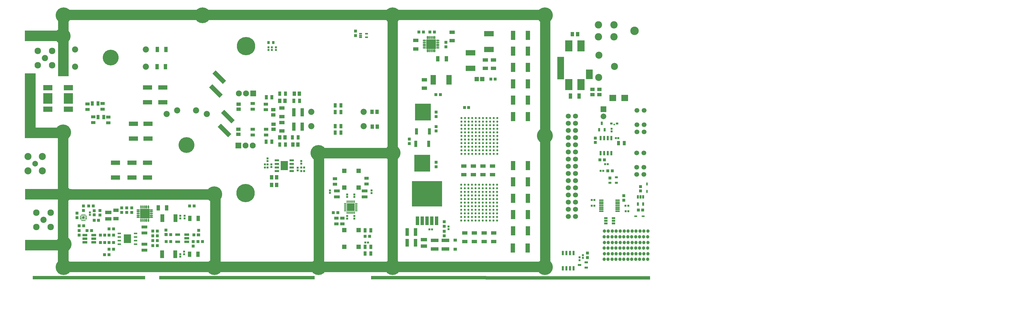
<source format=gts>
G04*
G04 #@! TF.GenerationSoftware,Altium Limited,Altium Designer,22.8.2 (66)*
G04*
G04 Layer_Color=8388736*
%FSLAX25Y25*%
%MOIN*%
G70*
G04*
G04 #@! TF.SameCoordinates,0D4134F5-1D43-4ED5-91CB-E042AC42DECA*
G04*
G04*
G04 #@! TF.FilePolarity,Negative*
G04*
G01*
G75*
%ADD12C,0.00394*%
%ADD25R,0.03937X0.02362*%
%ADD79R,0.01575X0.01575*%
%ADD99R,1.60616X0.05052*%
%ADD100R,1.56693X0.05118*%
%ADD101R,2.16553X0.05103*%
%ADD102R,2.29473X0.04962*%
%ADD103R,0.12992X0.06299*%
%ADD104R,0.04331X0.02756*%
%ADD105R,0.04331X0.04331*%
%ADD106R,0.04331X0.04134*%
%ADD107R,0.13780X0.07677*%
%ADD108R,0.06496X0.06496*%
%ADD109R,0.02835X0.02835*%
%ADD110R,0.07480X0.04921*%
%ADD111R,0.03937X0.04331*%
%ADD112R,0.13189X0.13189*%
%ADD113O,0.01772X0.04528*%
%ADD114O,0.04528X0.01772*%
%ADD115R,0.04921X0.07480*%
%ADD116R,0.07480X0.04921*%
%ADD117R,0.07677X0.13780*%
%ADD118R,0.04921X0.07480*%
%ADD119R,0.04331X0.03937*%
%ADD120R,0.06890X0.03386*%
%ADD121R,0.04134X0.04331*%
%ADD122R,0.10236X0.12205*%
%ADD123R,0.04528X0.02362*%
%ADD124R,0.01181X0.02126*%
%ADD125R,0.02126X0.01181*%
%ADD126R,0.04331X0.04134*%
%ADD127R,0.09055X0.05118*%
%ADD128R,0.08189X0.04409*%
%ADD129R,0.05315X0.11024*%
%ADD130R,0.02835X0.02756*%
%ADD131R,0.05906X0.04134*%
%ADD132R,0.04134X0.05906*%
G04:AMPARAMS|DCode=133|XSize=62.21mil|YSize=207.09mil|CornerRadius=0mil|HoleSize=0mil|Usage=FLASHONLY|Rotation=45.000|XOffset=0mil|YOffset=0mil|HoleType=Round|Shape=Rectangle|*
%AMROTATEDRECTD133*
4,1,4,0.05122,-0.09521,-0.09521,0.05122,-0.05122,0.09521,0.09521,-0.05122,0.05122,-0.09521,0.0*
%
%ADD133ROTATEDRECTD133*%

%ADD134R,0.13110X0.07795*%
%ADD135R,0.13110X0.08268*%
%ADD136R,0.02638X0.03071*%
%ADD137R,0.02835X0.02677*%
%ADD138R,0.02756X0.04724*%
%ADD139R,0.02362X0.03937*%
%ADD140R,0.42126X0.35827*%
%ADD141R,0.04528X0.12008*%
%ADD142R,0.04646X0.04016*%
%ADD143R,0.11024X0.04921*%
%ADD144R,0.04921X0.11024*%
%ADD145R,0.02835X0.02835*%
%ADD146R,0.06102X0.02165*%
%ADD147R,0.04134X0.04134*%
%ADD148R,0.04724X0.02756*%
%ADD149R,0.02677X0.02835*%
%ADD150C,0.02953*%
%ADD151R,0.09449X0.31496*%
%ADD152R,0.09449X0.13780*%
%ADD153R,0.10236X0.15354*%
%ADD154R,0.02756X0.06496*%
%ADD155R,0.03543X0.03150*%
%ADD156R,0.01968X0.01968*%
%ADD157R,0.02953X0.04528*%
%ADD158R,0.06102X0.04724*%
%ADD159R,0.09449X0.08858*%
%ADD160R,0.04528X0.02953*%
%ADD161R,0.06299X0.06299*%
%ADD162R,0.04528X0.05906*%
%ADD163R,0.05906X0.04528*%
%ADD164R,0.04724X0.11417*%
%ADD165R,0.09882X0.12591*%
%ADD166R,0.06496X0.02756*%
%ADD167R,0.03543X0.04331*%
%ADD168R,0.22047X0.23425*%
%ADD169R,0.04331X0.08661*%
%ADD170R,0.03937X0.01968*%
%ADD171R,0.04724X0.06102*%
%ADD172R,0.10827X0.10827*%
%ADD173O,0.03740X0.01575*%
%ADD174O,0.01575X0.03740*%
%ADD175R,0.06299X0.12992*%
%ADD176C,0.22047*%
%ADD177C,0.08594*%
%ADD178C,0.07087*%
%ADD179C,0.07874*%
%ADD180C,0.09843*%
%ADD181C,0.04724*%
%ADD182C,0.06693*%
%ADD183R,0.07874X0.07874*%
%ADD184C,0.25591*%
%ADD185C,0.08268*%
%ADD186R,0.08268X0.08268*%
%ADD187C,0.08661*%
%ADD188C,0.09055*%
%ADD189C,0.11811*%
%ADD190C,0.10236*%
G36*
X722441Y380118D02*
Y365551D01*
Y28543D01*
Y13976D01*
Y13386D01*
X707874D01*
Y13976D01*
X509842D01*
Y12598D01*
X495276D01*
Y13976D01*
X35827D01*
Y27165D01*
X35630D01*
X35630Y44488D01*
X-9939Y44488D01*
Y59055D01*
X35630Y59055D01*
X35630Y115354D01*
X-9831Y115354D01*
Y129921D01*
X35630Y129921D01*
X35630Y201181D01*
X-10314Y201181D01*
Y208661D01*
X-10433D01*
X-10433Y291339D01*
X4724Y291339D01*
X4724Y215748D01*
X50472Y215748D01*
Y201181D01*
X50197D01*
X50197Y129921D01*
X54713D01*
Y129527D01*
X262598Y129528D01*
Y114961D01*
X262598D01*
X262598Y28543D01*
X392520D01*
X392520Y185827D01*
X400000D01*
Y187402D01*
X495276Y187402D01*
Y365551D01*
X50591Y365551D01*
X50590Y287402D01*
X36024D01*
X36024Y336417D01*
X-10392Y336417D01*
Y350984D01*
X36024Y350984D01*
X36024Y365551D01*
X35827D01*
Y380118D01*
X722441Y380118D01*
D02*
G37*
%LPC*%
G36*
X509842Y365551D02*
Y28543D01*
X707874D01*
Y365551D01*
X509842Y365551D01*
D02*
G37*
G36*
X495276Y172835D02*
X407087Y172835D01*
X407087Y28543D01*
X495276D01*
Y172835D01*
D02*
G37*
G36*
X248031Y114961D02*
X50197Y114961D01*
X50197Y59055D01*
X50591D01*
Y52716D01*
X50591D01*
X50591Y28543D01*
X248031D01*
X248031Y114961D01*
D02*
G37*
%LPD*%
G36*
X72992Y92044D02*
X73029Y92033D01*
X73063Y92015D01*
X73093Y91990D01*
X73118Y91960D01*
X73136Y91926D01*
X73147Y91889D01*
X73151Y91850D01*
Y88465D01*
X73147Y88426D01*
X73136Y88389D01*
X73118Y88355D01*
X73093Y88325D01*
X73063Y88300D01*
X73029Y88282D01*
X72992Y88271D01*
X72953Y88267D01*
X69567D01*
X69529Y88271D01*
X69492Y88282D01*
X69457Y88300D01*
X69427Y88325D01*
X69403Y88355D01*
X69384Y88389D01*
X69373Y88426D01*
X69370Y88465D01*
Y91063D01*
X69370Y91073D01*
Y91082D01*
X69372Y91092D01*
X69373Y91102D01*
X69376Y91111D01*
X69378Y91120D01*
X69382Y91129D01*
X69384Y91139D01*
X69389Y91147D01*
X69393Y91156D01*
X69398Y91164D01*
X69403Y91173D01*
X69409Y91180D01*
X69414Y91189D01*
X69421Y91195D01*
X69427Y91203D01*
X69435Y91209D01*
X69442Y91216D01*
X69450Y91221D01*
X69457Y91227D01*
X69466Y91232D01*
X69474Y91237D01*
X69483Y91241D01*
X69492Y91246D01*
X69501Y91249D01*
X69510Y91252D01*
X69519Y91254D01*
X69529Y91257D01*
X69538Y91258D01*
X69548Y91260D01*
X69672Y91272D01*
X69893Y91363D01*
X70054Y91525D01*
X70146Y91745D01*
X70158Y91870D01*
X70160Y91879D01*
X70161Y91889D01*
X70164Y91898D01*
X70165Y91908D01*
X70169Y91917D01*
X70172Y91926D01*
X70177Y91935D01*
X70180Y91944D01*
X70186Y91952D01*
X70190Y91960D01*
X70196Y91968D01*
X70202Y91976D01*
X70209Y91983D01*
X70215Y91990D01*
X70222Y91996D01*
X70229Y92003D01*
X70237Y92009D01*
X70245Y92015D01*
X70253Y92019D01*
X70261Y92025D01*
X70270Y92028D01*
X70279Y92033D01*
X70288Y92036D01*
X70297Y92040D01*
X70307Y92042D01*
X70316Y92044D01*
X70326Y92045D01*
X70335Y92047D01*
X70345D01*
X70355Y92048D01*
X72953D01*
X72992Y92044D01*
D02*
G37*
D12*
X1348404Y-32379D02*
D03*
D25*
X851575Y91948D02*
D03*
X841339D02*
D03*
D79*
X71260Y90158D02*
D03*
D99*
X552584Y6298D02*
D03*
D100*
X79042Y6496D02*
D03*
D101*
X285281Y6310D02*
D03*
D102*
X746589Y6181D02*
D03*
D103*
X138976Y166535D02*
D03*
Y146063D02*
D03*
X116142Y166535D02*
D03*
Y146063D02*
D03*
X160630Y166535D02*
D03*
Y146063D02*
D03*
Y271654D02*
D03*
Y251181D02*
D03*
X161417Y200394D02*
D03*
Y220866D02*
D03*
X181890Y271654D02*
D03*
Y251181D02*
D03*
X140945Y200394D02*
D03*
Y220866D02*
D03*
D104*
X814370Y146260D02*
D03*
Y138779D02*
D03*
X805315D02*
D03*
D105*
Y145473D02*
D03*
D106*
X824803Y114370D02*
D03*
Y120669D02*
D03*
X576673Y334569D02*
D03*
Y328270D02*
D03*
X62205Y90139D02*
D03*
Y96438D02*
D03*
X124803Y103543D02*
D03*
Y97244D02*
D03*
X71260Y106299D02*
D03*
Y100000D02*
D03*
X848032Y127218D02*
D03*
Y133517D02*
D03*
X785039Y201181D02*
D03*
Y194882D02*
D03*
X562913Y167264D02*
D03*
Y160965D02*
D03*
X525787Y193307D02*
D03*
Y199606D02*
D03*
X562913Y237402D02*
D03*
Y231102D02*
D03*
Y210866D02*
D03*
Y217165D02*
D03*
D107*
X610890Y298316D02*
D03*
Y320166D02*
D03*
X636850Y324694D02*
D03*
Y346544D02*
D03*
D108*
X434882Y155295D02*
D03*
Y132106D02*
D03*
X454882D02*
D03*
Y155295D02*
D03*
X455079Y49429D02*
D03*
Y72618D02*
D03*
X435079D02*
D03*
Y49429D02*
D03*
D109*
X415009Y128084D02*
D03*
Y124541D02*
D03*
X473179Y127913D02*
D03*
Y124370D02*
D03*
X80315Y93898D02*
D03*
Y97441D02*
D03*
X206299Y39134D02*
D03*
Y35591D02*
D03*
Y89173D02*
D03*
Y92716D02*
D03*
X767717Y37598D02*
D03*
Y34055D02*
D03*
X449016Y118937D02*
D03*
Y122480D02*
D03*
X333429Y164354D02*
D03*
Y160811D02*
D03*
X369921Y159630D02*
D03*
Y156087D02*
D03*
X438976Y88779D02*
D03*
Y92323D02*
D03*
X439173Y118937D02*
D03*
Y122480D02*
D03*
X449016Y92323D02*
D03*
Y88780D02*
D03*
D110*
X585433Y348675D02*
D03*
Y336864D02*
D03*
X534772Y337218D02*
D03*
Y325408D02*
D03*
X116535Y100394D02*
D03*
Y88583D02*
D03*
X348031Y222835D02*
D03*
Y211024D02*
D03*
Y231102D02*
D03*
Y242913D02*
D03*
D111*
X545401Y348872D02*
D03*
X539102D02*
D03*
X560756D02*
D03*
X554457D02*
D03*
X569094Y261648D02*
D03*
X562795D02*
D03*
X82677Y72047D02*
D03*
X76378D02*
D03*
X101181Y55512D02*
D03*
X94882D02*
D03*
Y65630D02*
D03*
X101181D02*
D03*
X107087Y38189D02*
D03*
X100787D02*
D03*
X113386Y46063D02*
D03*
X107087D02*
D03*
X113386Y74410D02*
D03*
X107087D02*
D03*
X92520Y86516D02*
D03*
X86221D02*
D03*
X168110Y51181D02*
D03*
X174409D02*
D03*
X186614Y56693D02*
D03*
X192913D02*
D03*
X225197Y66142D02*
D03*
X231496D02*
D03*
X231102Y56693D02*
D03*
X237402D02*
D03*
X168110Y71260D02*
D03*
X174409D02*
D03*
X186614Y66417D02*
D03*
X192913D02*
D03*
X85039Y106299D02*
D03*
X78740D02*
D03*
X225631Y106224D02*
D03*
X219332D02*
D03*
X425984Y97047D02*
D03*
X419685D02*
D03*
X645512Y283257D02*
D03*
X639213D02*
D03*
X470472Y64173D02*
D03*
X464173D02*
D03*
D112*
X556031Y332140D02*
D03*
X156890Y95669D02*
D03*
D113*
X550913Y341392D02*
D03*
X553472D02*
D03*
X556031D02*
D03*
X558590D02*
D03*
X561150D02*
D03*
Y322888D02*
D03*
X558590D02*
D03*
X556031D02*
D03*
X553472D02*
D03*
X550913D02*
D03*
X162008Y104921D02*
D03*
X159449D02*
D03*
X156890D02*
D03*
X154331D02*
D03*
X151772D02*
D03*
Y86417D02*
D03*
X154331D02*
D03*
X156890D02*
D03*
X159449D02*
D03*
X162008D02*
D03*
D114*
X565283Y337258D02*
D03*
Y334699D02*
D03*
Y332140D02*
D03*
Y329581D02*
D03*
Y327022D02*
D03*
X546779D02*
D03*
Y329581D02*
D03*
Y332140D02*
D03*
Y334699D02*
D03*
Y337258D02*
D03*
X166142Y90551D02*
D03*
Y93110D02*
D03*
Y95669D02*
D03*
Y98228D02*
D03*
Y100787D02*
D03*
X147638D02*
D03*
Y98228D02*
D03*
Y95669D02*
D03*
Y93110D02*
D03*
Y90551D02*
D03*
D115*
X565400Y311614D02*
D03*
X577211D02*
D03*
X762205Y259842D02*
D03*
X750394D02*
D03*
D116*
X546653Y270703D02*
D03*
Y282514D02*
D03*
X614961Y161945D02*
D03*
Y150134D02*
D03*
X628385Y161945D02*
D03*
Y150134D02*
D03*
X641810Y161945D02*
D03*
Y150134D02*
D03*
X601536Y161945D02*
D03*
Y150134D02*
D03*
X603071Y68542D02*
D03*
Y56731D02*
D03*
X631756Y298217D02*
D03*
Y310028D02*
D03*
X643173Y298217D02*
D03*
Y310028D02*
D03*
X629920Y56731D02*
D03*
Y68542D02*
D03*
X643344Y56731D02*
D03*
Y68542D02*
D03*
X616495Y56731D02*
D03*
Y68542D02*
D03*
D117*
X580905Y282514D02*
D03*
X559055D02*
D03*
D118*
X187402Y103542D02*
D03*
X175591D02*
D03*
X219291Y38976D02*
D03*
X231102D02*
D03*
X231496Y89134D02*
D03*
X219685D02*
D03*
X185827Y300787D02*
D03*
X174016D02*
D03*
X186221Y324787D02*
D03*
X174409D02*
D03*
D119*
X65197Y72087D02*
D03*
Y65787D02*
D03*
X131572Y97243D02*
D03*
Y103542D02*
D03*
X138661Y103543D02*
D03*
Y97244D02*
D03*
X224410Y50433D02*
D03*
Y56732D02*
D03*
X231890Y72441D02*
D03*
Y66142D02*
D03*
X186221Y72835D02*
D03*
Y66535D02*
D03*
X574409Y64764D02*
D03*
Y71063D02*
D03*
Y84193D02*
D03*
Y77894D02*
D03*
X774016Y40551D02*
D03*
Y34252D02*
D03*
X450787Y344094D02*
D03*
Y350394D02*
D03*
D120*
X85787Y65630D02*
D03*
Y60630D02*
D03*
Y55630D02*
D03*
X73268D02*
D03*
Y60630D02*
D03*
Y65630D02*
D03*
X202795Y66417D02*
D03*
Y56417D02*
D03*
X215315D02*
D03*
Y61417D02*
D03*
Y66417D02*
D03*
D121*
X113386Y65748D02*
D03*
X107087D02*
D03*
X113386Y55512D02*
D03*
X107087D02*
D03*
X65354Y78740D02*
D03*
X71653D02*
D03*
X168110Y57874D02*
D03*
X174409D02*
D03*
X168110Y64567D02*
D03*
X174409D02*
D03*
X851181Y100610D02*
D03*
X844882D02*
D03*
X802362Y155512D02*
D03*
X808661D02*
D03*
X797612Y170669D02*
D03*
X791313D02*
D03*
D122*
X132677Y60630D02*
D03*
D123*
X143898Y68130D02*
D03*
Y63130D02*
D03*
Y58130D02*
D03*
Y53130D02*
D03*
X121457D02*
D03*
Y58130D02*
D03*
Y63130D02*
D03*
Y68130D02*
D03*
D124*
X69291Y93799D02*
D03*
X71260D02*
D03*
X73228D02*
D03*
Y86516D02*
D03*
X71260D02*
D03*
X69291D02*
D03*
D125*
X74902Y92126D02*
D03*
Y90158D02*
D03*
Y88189D02*
D03*
X67618D02*
D03*
Y90158D02*
D03*
Y92126D02*
D03*
D126*
X86221Y93898D02*
D03*
Y99803D02*
D03*
X94488Y100000D02*
D03*
Y93701D02*
D03*
D127*
X105905Y97441D02*
D03*
Y88386D02*
D03*
X546063Y50197D02*
D03*
Y59252D02*
D03*
D128*
X156299Y44606D02*
D03*
Y53031D02*
D03*
Y77047D02*
D03*
Y68622D02*
D03*
X463386Y127441D02*
D03*
Y119016D02*
D03*
X424803Y127441D02*
D03*
Y119016D02*
D03*
D129*
X199409Y38976D02*
D03*
X180905D02*
D03*
X181299Y89370D02*
D03*
X199803D02*
D03*
D130*
X211811Y42756D02*
D03*
Y39134D02*
D03*
X212205Y92756D02*
D03*
Y89134D02*
D03*
D131*
X105905Y230315D02*
D03*
Y222441D02*
D03*
X84984Y230602D02*
D03*
Y222728D02*
D03*
X97976Y241339D02*
D03*
Y249213D02*
D03*
X77110Y240945D02*
D03*
Y248819D02*
D03*
X432283Y89370D02*
D03*
Y81496D02*
D03*
X424016D02*
D03*
Y89370D02*
D03*
X422047Y144488D02*
D03*
Y136614D02*
D03*
X466142Y144882D02*
D03*
Y137008D02*
D03*
X325827Y248409D02*
D03*
Y240535D02*
D03*
X325984Y205512D02*
D03*
Y213386D02*
D03*
X307480Y205512D02*
D03*
Y213386D02*
D03*
Y241339D02*
D03*
Y249213D02*
D03*
D132*
X99606Y230315D02*
D03*
X91732D02*
D03*
X91677Y249213D02*
D03*
X83803D02*
D03*
X464173Y40157D02*
D03*
X472047D02*
D03*
X464173Y49213D02*
D03*
X472047D02*
D03*
X817319Y194108D02*
D03*
X825193D02*
D03*
X472047Y72362D02*
D03*
X464173D02*
D03*
X422441Y208661D02*
D03*
X430315D02*
D03*
X422441Y246850D02*
D03*
X430315D02*
D03*
Y237402D02*
D03*
X422441D02*
D03*
X430315Y217717D02*
D03*
X422441D02*
D03*
X364803Y253134D02*
D03*
X372677D02*
D03*
X326217Y257858D02*
D03*
X334091D02*
D03*
X325984Y196063D02*
D03*
X333858D02*
D03*
X345118Y192110D02*
D03*
X352992D02*
D03*
X362835Y201953D02*
D03*
X370709D02*
D03*
X345114Y262976D02*
D03*
X352988D02*
D03*
D133*
X260634Y286038D02*
D03*
X255901Y266718D02*
D03*
X268106Y211600D02*
D03*
X272839Y230920D02*
D03*
D134*
X50365Y271299D02*
D03*
Y241299D02*
D03*
X21682D02*
D03*
Y271299D02*
D03*
D135*
X50365Y259567D02*
D03*
Y253031D02*
D03*
X21682D02*
D03*
Y259567D02*
D03*
D136*
X464213Y55512D02*
D03*
X468071D02*
D03*
D137*
X328067Y169016D02*
D03*
Y172716D02*
D03*
X580315Y77835D02*
D03*
Y74134D02*
D03*
X762992Y34528D02*
D03*
Y30827D02*
D03*
X807550Y214016D02*
D03*
Y210315D02*
D03*
X375157Y165457D02*
D03*
Y169157D02*
D03*
X339606Y327716D02*
D03*
Y324016D02*
D03*
X329331Y324016D02*
D03*
Y327717D02*
D03*
X334055D02*
D03*
Y324016D02*
D03*
D138*
X851772Y119114D02*
D03*
X848032D02*
D03*
X844291D02*
D03*
Y108878D02*
D03*
X851772D02*
D03*
D139*
X856999Y136929D02*
D03*
Y126693D02*
D03*
D140*
X550394Y123425D02*
D03*
D141*
X563779Y85827D02*
D03*
X557087D02*
D03*
X550394D02*
D03*
X543701D02*
D03*
X537008D02*
D03*
D142*
X589764Y46063D02*
D03*
Y58661D02*
D03*
D143*
X575984Y58268D02*
D03*
Y46457D02*
D03*
X561024Y58268D02*
D03*
Y46457D02*
D03*
D144*
X522638Y70079D02*
D03*
X534449D02*
D03*
X522638Y55118D02*
D03*
X534449D02*
D03*
D145*
X553740Y73740D02*
D03*
X557283D02*
D03*
X817126Y201181D02*
D03*
X813583D02*
D03*
D146*
X793307Y114370D02*
D03*
Y111811D02*
D03*
Y109252D02*
D03*
Y106693D02*
D03*
Y104134D02*
D03*
Y101575D02*
D03*
Y99016D02*
D03*
X816142D02*
D03*
Y101575D02*
D03*
Y104134D02*
D03*
Y106693D02*
D03*
Y109252D02*
D03*
Y111811D02*
D03*
Y114370D02*
D03*
D147*
X602598Y243701D02*
D03*
X608504D02*
D03*
D148*
X810316Y89370D02*
D03*
Y85630D02*
D03*
Y81890D02*
D03*
X799685D02*
D03*
Y85630D02*
D03*
Y89370D02*
D03*
D149*
X830866Y106693D02*
D03*
X827165D02*
D03*
X830984Y99016D02*
D03*
X827283D02*
D03*
X783740Y106693D02*
D03*
X780039D02*
D03*
X783740Y114567D02*
D03*
X780039D02*
D03*
X792244Y155512D02*
D03*
X795945D02*
D03*
X802244Y164567D02*
D03*
X798543D02*
D03*
X328067Y160118D02*
D03*
X324366D02*
D03*
Y164354D02*
D03*
X328067D02*
D03*
X375157Y155083D02*
D03*
X378858D02*
D03*
Y160083D02*
D03*
X375157D02*
D03*
D150*
X603228Y228858D02*
D03*
X648228D02*
D03*
Y223858D02*
D03*
Y218858D02*
D03*
Y213858D02*
D03*
Y208858D02*
D03*
Y203858D02*
D03*
Y198858D02*
D03*
Y193858D02*
D03*
Y188858D02*
D03*
Y183858D02*
D03*
Y178858D02*
D03*
X643228Y228858D02*
D03*
Y223858D02*
D03*
Y218858D02*
D03*
Y213858D02*
D03*
Y208858D02*
D03*
Y203858D02*
D03*
Y198858D02*
D03*
Y193858D02*
D03*
Y188858D02*
D03*
Y183858D02*
D03*
Y178858D02*
D03*
X638228Y228858D02*
D03*
Y223858D02*
D03*
Y218858D02*
D03*
Y213858D02*
D03*
Y208858D02*
D03*
Y203858D02*
D03*
Y198858D02*
D03*
Y193858D02*
D03*
Y188858D02*
D03*
Y183858D02*
D03*
Y178858D02*
D03*
X633228Y228858D02*
D03*
Y223858D02*
D03*
Y218858D02*
D03*
Y213858D02*
D03*
Y208858D02*
D03*
Y203858D02*
D03*
Y198858D02*
D03*
Y193858D02*
D03*
Y188858D02*
D03*
Y183858D02*
D03*
Y178858D02*
D03*
X628228Y228858D02*
D03*
Y223858D02*
D03*
Y218858D02*
D03*
Y213858D02*
D03*
Y208858D02*
D03*
Y203858D02*
D03*
Y198858D02*
D03*
Y193858D02*
D03*
Y188858D02*
D03*
Y183858D02*
D03*
Y178858D02*
D03*
X623228Y228858D02*
D03*
Y223858D02*
D03*
Y218858D02*
D03*
Y213858D02*
D03*
Y208858D02*
D03*
Y203858D02*
D03*
Y198858D02*
D03*
Y193858D02*
D03*
Y188858D02*
D03*
Y183858D02*
D03*
Y178858D02*
D03*
X618228Y228858D02*
D03*
Y223858D02*
D03*
Y218858D02*
D03*
Y213858D02*
D03*
Y208858D02*
D03*
Y203858D02*
D03*
Y198858D02*
D03*
Y193858D02*
D03*
Y188858D02*
D03*
Y183858D02*
D03*
Y178858D02*
D03*
X613228Y228858D02*
D03*
Y223858D02*
D03*
Y218858D02*
D03*
Y213858D02*
D03*
Y208858D02*
D03*
Y203858D02*
D03*
Y198858D02*
D03*
Y193858D02*
D03*
Y188858D02*
D03*
Y183858D02*
D03*
Y178858D02*
D03*
X608228Y228858D02*
D03*
Y223858D02*
D03*
Y218858D02*
D03*
Y213858D02*
D03*
Y208858D02*
D03*
Y203858D02*
D03*
Y198858D02*
D03*
Y193858D02*
D03*
Y188858D02*
D03*
Y183858D02*
D03*
Y178858D02*
D03*
X603228Y223858D02*
D03*
Y218858D02*
D03*
Y213858D02*
D03*
Y208858D02*
D03*
Y203858D02*
D03*
Y198858D02*
D03*
Y193858D02*
D03*
Y188858D02*
D03*
Y183858D02*
D03*
Y178858D02*
D03*
X598228Y228858D02*
D03*
Y223858D02*
D03*
Y218858D02*
D03*
Y213858D02*
D03*
Y208858D02*
D03*
Y203858D02*
D03*
Y198858D02*
D03*
Y193858D02*
D03*
Y188858D02*
D03*
Y183858D02*
D03*
Y178858D02*
D03*
X597953Y86024D02*
D03*
Y91024D02*
D03*
Y96024D02*
D03*
Y101024D02*
D03*
Y106024D02*
D03*
Y111024D02*
D03*
Y116024D02*
D03*
Y121024D02*
D03*
Y126024D02*
D03*
Y131024D02*
D03*
Y136024D02*
D03*
X602953Y86024D02*
D03*
Y91024D02*
D03*
Y96024D02*
D03*
Y101024D02*
D03*
Y106024D02*
D03*
Y111024D02*
D03*
Y116024D02*
D03*
Y121024D02*
D03*
Y126024D02*
D03*
Y131024D02*
D03*
Y136024D02*
D03*
X607953Y86024D02*
D03*
Y91024D02*
D03*
Y96024D02*
D03*
Y101024D02*
D03*
Y106024D02*
D03*
Y111024D02*
D03*
Y116024D02*
D03*
Y121024D02*
D03*
Y126024D02*
D03*
Y131024D02*
D03*
Y136024D02*
D03*
X612953Y86024D02*
D03*
Y91024D02*
D03*
Y96024D02*
D03*
Y101024D02*
D03*
Y106024D02*
D03*
Y111024D02*
D03*
Y116024D02*
D03*
Y121024D02*
D03*
Y126024D02*
D03*
Y131024D02*
D03*
Y136024D02*
D03*
X617953Y86024D02*
D03*
Y91024D02*
D03*
Y96024D02*
D03*
Y101024D02*
D03*
Y106024D02*
D03*
Y111024D02*
D03*
Y116024D02*
D03*
Y121024D02*
D03*
Y126024D02*
D03*
Y131024D02*
D03*
Y136024D02*
D03*
X622953Y86024D02*
D03*
Y91024D02*
D03*
Y96024D02*
D03*
Y101024D02*
D03*
Y106024D02*
D03*
Y111024D02*
D03*
Y116024D02*
D03*
Y121024D02*
D03*
Y126024D02*
D03*
Y131024D02*
D03*
Y136024D02*
D03*
X627953Y86024D02*
D03*
Y91024D02*
D03*
Y96024D02*
D03*
Y101024D02*
D03*
Y106024D02*
D03*
Y111024D02*
D03*
Y116024D02*
D03*
Y121024D02*
D03*
Y126024D02*
D03*
Y131024D02*
D03*
Y136024D02*
D03*
X632953Y86024D02*
D03*
Y91024D02*
D03*
Y96024D02*
D03*
Y101024D02*
D03*
Y106024D02*
D03*
Y111024D02*
D03*
Y116024D02*
D03*
Y121024D02*
D03*
Y126024D02*
D03*
Y131024D02*
D03*
Y136024D02*
D03*
X637953Y86024D02*
D03*
Y91024D02*
D03*
Y96024D02*
D03*
Y101024D02*
D03*
Y106024D02*
D03*
Y111024D02*
D03*
Y116024D02*
D03*
Y121024D02*
D03*
Y126024D02*
D03*
Y131024D02*
D03*
Y136024D02*
D03*
X642953Y86024D02*
D03*
Y91024D02*
D03*
Y96024D02*
D03*
Y101024D02*
D03*
Y106024D02*
D03*
Y111024D02*
D03*
Y116024D02*
D03*
Y121024D02*
D03*
Y126024D02*
D03*
Y131024D02*
D03*
Y136024D02*
D03*
X647953Y86024D02*
D03*
Y91024D02*
D03*
Y96024D02*
D03*
Y101024D02*
D03*
Y106024D02*
D03*
Y111024D02*
D03*
Y116024D02*
D03*
Y121024D02*
D03*
Y126024D02*
D03*
Y131024D02*
D03*
Y136024D02*
D03*
D151*
X736614Y298819D02*
D03*
D152*
X776771Y289961D02*
D03*
D153*
X764960Y329725D02*
D03*
Y275787D02*
D03*
X748031Y329725D02*
D03*
Y275787D02*
D03*
D154*
X807500Y201181D02*
D03*
X802500D02*
D03*
X797500D02*
D03*
X792500D02*
D03*
X807500Y179921D02*
D03*
X802500D02*
D03*
X797500D02*
D03*
X792500D02*
D03*
X739744Y19291D02*
D03*
X744744D02*
D03*
X749744D02*
D03*
X754744D02*
D03*
X739744Y40551D02*
D03*
X744744D02*
D03*
X749744D02*
D03*
X754744D02*
D03*
D155*
X807480Y221260D02*
D03*
X815354D02*
D03*
D156*
X811417Y219882D02*
D03*
D157*
X794183Y221811D02*
D03*
X797924Y212756D02*
D03*
X790443D02*
D03*
D158*
X790729Y268898D02*
D03*
Y261811D02*
D03*
X780902Y268898D02*
D03*
Y261811D02*
D03*
D159*
X809252Y257087D02*
D03*
X826181D02*
D03*
D160*
X763189Y24016D02*
D03*
X772244Y27756D02*
D03*
Y20276D02*
D03*
D161*
X619527Y283257D02*
D03*
X627402D02*
D03*
D162*
X474016Y216929D02*
D03*
X481102D02*
D03*
X473622Y237543D02*
D03*
X480709D02*
D03*
X345118Y253134D02*
D03*
X352205D02*
D03*
X363366Y192110D02*
D03*
X370453D02*
D03*
X345118Y201953D02*
D03*
X352205D02*
D03*
X340787Y135811D02*
D03*
X333701D02*
D03*
X340787Y146441D02*
D03*
X333701D02*
D03*
X365354Y262992D02*
D03*
X372441D02*
D03*
D163*
X336221Y213386D02*
D03*
Y220472D02*
D03*
X336063Y240535D02*
D03*
Y233449D02*
D03*
X287402Y213386D02*
D03*
Y206299D02*
D03*
X287795Y248425D02*
D03*
Y241339D02*
D03*
D164*
X364567Y237008D02*
D03*
X376378D02*
D03*
X364567Y216929D02*
D03*
X376378D02*
D03*
D165*
X351417Y162583D02*
D03*
D166*
X340984Y155083D02*
D03*
Y160083D02*
D03*
Y165083D02*
D03*
Y170083D02*
D03*
X361850D02*
D03*
Y165083D02*
D03*
Y160083D02*
D03*
Y155083D02*
D03*
D167*
X329331Y334252D02*
D03*
X336024D02*
D03*
D168*
X543701Y166142D02*
D03*
X544681Y237203D02*
D03*
D169*
X534724Y192913D02*
D03*
X552677D02*
D03*
X553658Y210432D02*
D03*
X535705D02*
D03*
D170*
X457677Y346654D02*
D03*
Y344094D02*
D03*
Y341535D02*
D03*
X465945D02*
D03*
Y346654D02*
D03*
D171*
X753150Y345910D02*
D03*
X760236D02*
D03*
D172*
X444095Y104724D02*
D03*
D173*
X436417Y99803D02*
D03*
Y101772D02*
D03*
Y103740D02*
D03*
Y105709D02*
D03*
Y107677D02*
D03*
Y109646D02*
D03*
X451772D02*
D03*
Y107677D02*
D03*
Y105709D02*
D03*
Y103740D02*
D03*
Y101772D02*
D03*
Y99803D02*
D03*
D174*
X439173Y112402D02*
D03*
X441142D02*
D03*
X443110D02*
D03*
X445079D02*
D03*
X447047D02*
D03*
X449016D02*
D03*
Y97047D02*
D03*
X447047D02*
D03*
X445079D02*
D03*
X443110D02*
D03*
X441142D02*
D03*
X439173D02*
D03*
D175*
X670441Y299541D02*
D03*
X690914D02*
D03*
X690551Y47638D02*
D03*
X670079D02*
D03*
X690914Y139972D02*
D03*
X670441D02*
D03*
X690914Y94381D02*
D03*
X670441D02*
D03*
X690914Y162768D02*
D03*
X670441D02*
D03*
X690914Y117177D02*
D03*
X670441D02*
D03*
X690914Y71586D02*
D03*
X670441D02*
D03*
X690914Y322337D02*
D03*
X670441D02*
D03*
X690914Y276746D02*
D03*
X670441D02*
D03*
X690914Y231155D02*
D03*
X670441D02*
D03*
X690914Y253950D02*
D03*
X670441D02*
D03*
X690945Y344488D02*
D03*
X670472D02*
D03*
D176*
X43701Y20866D02*
D03*
X109449Y313386D02*
D03*
X42913Y208858D02*
D03*
X714567Y372441D02*
D03*
Y20866D02*
D03*
X215016Y191290D02*
D03*
X714567Y204252D02*
D03*
X502362Y20866D02*
D03*
X253937D02*
D03*
X399094D02*
D03*
X43701Y52953D02*
D03*
X237402Y372441D02*
D03*
X42264Y343504D02*
D03*
X502362Y372441D02*
D03*
Y180315D02*
D03*
X43701Y372441D02*
D03*
X399094Y180197D02*
D03*
X43701Y122835D02*
D03*
X253543D02*
D03*
D177*
X201933Y239701D02*
D03*
X187433Y234701D02*
D03*
X228433Y239701D02*
D03*
X243433Y234701D02*
D03*
X59842Y324787D02*
D03*
Y300787D02*
D03*
X158343Y324787D02*
D03*
Y300787D02*
D03*
X388933Y237543D02*
D03*
Y217543D02*
D03*
X461933Y237543D02*
D03*
Y217543D02*
D03*
D178*
X747363Y191811D02*
D03*
X757363D02*
D03*
X747363Y201811D02*
D03*
X757363D02*
D03*
X747363Y211811D02*
D03*
X757363D02*
D03*
Y221811D02*
D03*
X747363D02*
D03*
X757363Y231811D02*
D03*
X747363D02*
D03*
Y141811D02*
D03*
X757363D02*
D03*
X747363Y151811D02*
D03*
X757363D02*
D03*
X747363Y161811D02*
D03*
X757363D02*
D03*
Y171811D02*
D03*
X747363D02*
D03*
X757363Y181811D02*
D03*
X747363D02*
D03*
Y91811D02*
D03*
X757363D02*
D03*
X747363Y101811D02*
D03*
X757363D02*
D03*
X747363Y111811D02*
D03*
X757363D02*
D03*
Y121811D02*
D03*
X747363D02*
D03*
X757363Y131811D02*
D03*
X747363D02*
D03*
D179*
X3937Y165354D02*
D03*
X796457Y231496D02*
D03*
D180*
X-6063Y175354D02*
D03*
Y155354D02*
D03*
X13937D02*
D03*
Y175354D02*
D03*
X811811Y301181D02*
D03*
X789871Y316791D02*
D03*
X789851Y285543D02*
D03*
D181*
X813780Y47638D02*
D03*
X797244D02*
D03*
X857874Y31890D02*
D03*
X858268Y39764D02*
D03*
X857874Y47638D02*
D03*
X858268Y55512D02*
D03*
X857874Y63386D02*
D03*
X858268Y71260D02*
D03*
X852362Y31890D02*
D03*
X852756Y39764D02*
D03*
X852362Y47638D02*
D03*
X852756Y55512D02*
D03*
X852362Y63386D02*
D03*
X852756Y71260D02*
D03*
X846850Y31890D02*
D03*
X847244Y39764D02*
D03*
X846850Y47638D02*
D03*
X847244Y55512D02*
D03*
X846850Y63386D02*
D03*
X847244Y71260D02*
D03*
X841339Y31890D02*
D03*
X841732Y39764D02*
D03*
X841339Y47638D02*
D03*
X841732Y55512D02*
D03*
X841339Y63386D02*
D03*
X841732Y71260D02*
D03*
X835827Y31890D02*
D03*
X836220Y39764D02*
D03*
X835827Y47638D02*
D03*
X836220Y55512D02*
D03*
X835827Y63386D02*
D03*
X836220Y71260D02*
D03*
X830315Y31890D02*
D03*
X830709Y39764D02*
D03*
X830315Y47638D02*
D03*
X830709Y55512D02*
D03*
X830315Y63386D02*
D03*
X830709Y71260D02*
D03*
X824803Y31890D02*
D03*
X825197Y39764D02*
D03*
X824803Y47638D02*
D03*
X825197Y55512D02*
D03*
X824803Y63386D02*
D03*
X825197Y71260D02*
D03*
X819291Y31890D02*
D03*
X819685Y39764D02*
D03*
X819291Y47638D02*
D03*
X819685Y55512D02*
D03*
X819291Y63386D02*
D03*
X819685Y71260D02*
D03*
X813780Y31890D02*
D03*
X814173Y39764D02*
D03*
Y55512D02*
D03*
X813780Y63386D02*
D03*
X814173Y71260D02*
D03*
X808268Y31890D02*
D03*
X808661Y39764D02*
D03*
X808268Y47638D02*
D03*
X808661Y55512D02*
D03*
X808268Y63386D02*
D03*
X808661Y71260D02*
D03*
X802756Y31890D02*
D03*
X803150Y39764D02*
D03*
X802756Y47638D02*
D03*
X803150Y55512D02*
D03*
X802756Y63386D02*
D03*
X803150Y71260D02*
D03*
X797244Y31890D02*
D03*
X797638Y39764D02*
D03*
Y55512D02*
D03*
X797244Y63386D02*
D03*
X797638Y71260D02*
D03*
D182*
X842913Y219764D02*
D03*
X852913D02*
D03*
X842913Y209764D02*
D03*
X852913D02*
D03*
Y239764D02*
D03*
X842913D02*
D03*
X842756Y160315D02*
D03*
X852756D02*
D03*
X842756Y150315D02*
D03*
X852756D02*
D03*
Y180315D02*
D03*
X842756D02*
D03*
D183*
X796457Y241339D02*
D03*
D184*
X297480Y124394D02*
D03*
X297874Y329512D02*
D03*
D185*
X297480Y190646D02*
D03*
X307480D02*
D03*
X297874Y263260D02*
D03*
X287874D02*
D03*
D186*
X287480Y190646D02*
D03*
X307874Y263260D02*
D03*
D187*
X15748Y87008D02*
D03*
X17717Y312598D02*
D03*
D188*
X5748Y97008D02*
D03*
X25748D02*
D03*
Y77008D02*
D03*
X5748D02*
D03*
X7717Y302598D02*
D03*
X27716D02*
D03*
Y322598D02*
D03*
X7717D02*
D03*
D189*
X839764Y350787D02*
D03*
D190*
X789370Y342520D02*
D03*
X811024Y359055D02*
D03*
Y342520D02*
D03*
X789370Y359055D02*
D03*
M02*

</source>
